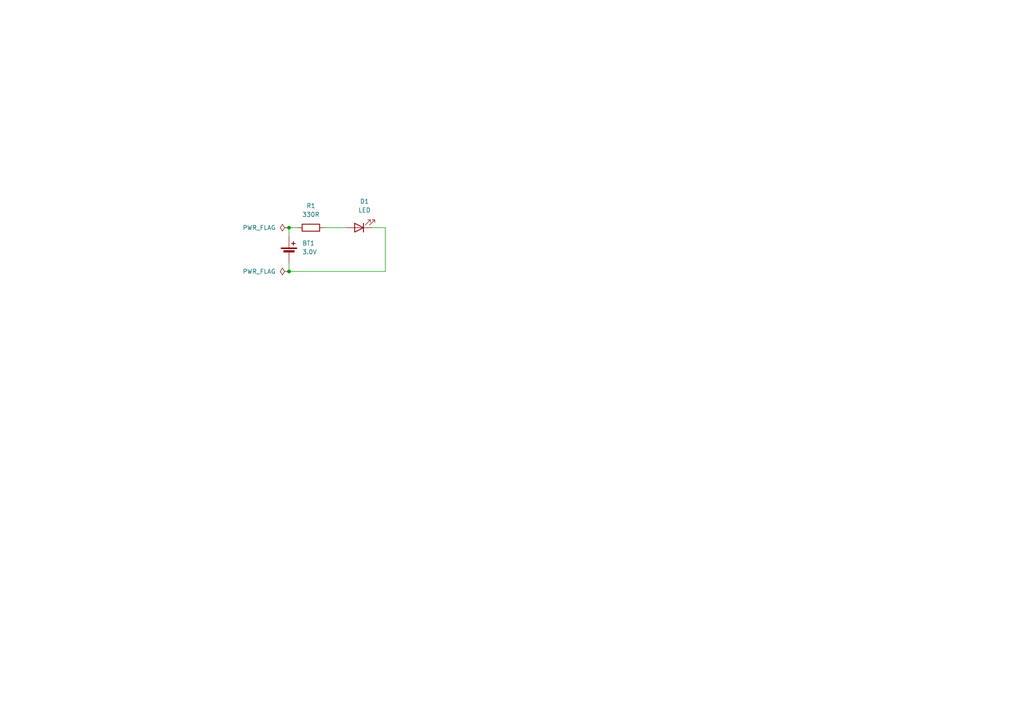
<source format=kicad_sch>
(kicad_sch (version 20231120) (generator "eeschema") (generator_version "8.0")
  (paper "A4")
  (lib_symbols
    (symbol "Device:Battery_Cell" (pin_numbers hide) (pin_names (offset 0) hide)
      (property "Reference" "BT" (at 2.54 2.54 0))
      (property "Value" "Battery_Cell" (at 2.54 0 0))
      (symbol "Battery_Cell_0_1"
        (rectangle (start -2.286 1.778) (end 2.286 1.524) (fill (type outline)))
        (rectangle (start -1.524 1.016) (end 1.524 0.508) (fill (type outline)))
        (polyline (pts (xy 0 0.762) (xy 0 0)))
        (polyline (pts (xy 0 1.778) (xy 0 2.54)))
        (polyline (pts (xy 0.762 3.048) (xy 1.778 3.048)) (stroke (width 0.254)))
        (polyline (pts (xy 1.27 3.556) (xy 1.27 2.54)) (stroke (width 0.254)))
      )
      (symbol "Battery_Cell_1_1"
        (pin passive line (at 0 5.08 270) (length 2.54) (name "+") (number "1"))
        (pin passive line (at 0 -2.54 90) (length 2.54) (name "-") (number "2"))
      )
    )
    (symbol "Device:LED" (pin_numbers hide) (pin_names (offset 1.016) hide)
      (property "Reference" "D" (at 0 2.54 0))
      (property "Value" "LED" (at 0 -2.54 0))
      (symbol "LED_0_1"
        (polyline (pts (xy -1.27 -1.27) (xy -1.27 1.27)) (stroke (width 0.254)))
        (polyline (pts (xy -1.27 0) (xy 1.27 0)))
        (polyline (pts (xy 1.27 -1.27) (xy 1.27 1.27) (xy -1.27 0) (xy 1.27 -1.27)) (stroke (width 0.254)))
        (polyline (pts (xy -3.048 -0.762) (xy -4.572 -2.286) (xy -3.81 -2.286) (xy -4.572 -2.286) (xy -4.572 -1.524)))
        (polyline (pts (xy -1.778 -0.762) (xy -3.302 -2.286) (xy -2.54 -2.286) (xy -3.302 -2.286) (xy -3.302 -1.524)))
      )
      (symbol "LED_1_1"
        (pin passive line (at -3.81 0 0) (length 2.54) (name "K") (number "1"))
        (pin passive line (at 3.81 0 180) (length 2.54) (name "A") (number "2"))
      )
    )
    (symbol "Device:R" (pin_numbers hide) (pin_names (offset 0))
      (property "Reference" "R" (at 2.032 0 90))
      (property "Value" "R" (at 0 0 90))
      (symbol "R_0_1"
        (rectangle (start -1.016 -2.54) (end 1.016 2.54) (stroke (width 0.254)))
      )
      (symbol "R_1_1"
        (pin passive line (at 0 3.81 270) (length 1.27) (name "~") (number "1"))
        (pin passive line (at 0 -3.81 90) (length 1.27) (name "~") (number "2"))
      )
    )
    (symbol "power:PWR_FLAG" (power) (pin_numbers hide) (pin_names (offset 0) hide)
      (property "Value" "PWR_FLAG" (at 0 3.81 0))
      (symbol "PWR_FLAG_0_0"
        (pin power_out line (at 0 0 90) (length 0) (name "~") (number "1"))
      )
      (symbol "PWR_FLAG_0_1"
        (polyline (pts (xy 0 0) (xy 0 1.27) (xy -1.016 1.905) (xy 0 2.54) (xy 1.016 1.905) (xy 0 1.27)))
      )
    )
  )
  (junction (at 83.82 66.04))
  (junction (at 83.82 78.74))
  (wire (pts (xy 107.95 66.04) (xy 111.76 66.04)))
  (wire (pts (xy 93.98 66.04) (xy 100.33 66.04)))
  (wire (pts (xy 83.82 78.74) (xy 83.82 76.2)))
  (wire (pts (xy 83.82 66.04) (xy 86.36 66.04)))
  (wire (pts (xy 111.76 66.04) (xy 111.76 78.74)))
  (wire (pts (xy 83.82 68.58) (xy 83.82 66.04)))
  (wire (pts (xy 83.82 78.74) (xy 111.76 78.74)))
  (symbol (lib_id "Device:R") (at 90.17 66.04 90) (unit 1)
    (property "Reference" "R1" (at 90.17 59.69 90))
    (property "Value" "330R" (at 90.17 62.23 90))
    (property "Footprint" "Resistor_THT:R_Axial_DIN0414_L11.9mm_D4.5mm_P20.32mm_Horizontal" (effects (hide yes)))
    (property "Description" "Resistor" (effects (hide yes)))
  )
  (symbol (lib_id "power:PWR_FLAG") (at 83.82 66.04 90) (unit 1)
    (property "Reference" "#FLG01" (effects (hide yes)))
    (property "Value" "PWR_FLAG" (at 80.01 66.0399 90) (effects (justify left)))
    (property "Description" "Special symbol for telling ERC where power comes from" (effects (hide yes)))
  )
  (symbol (lib_id "power:PWR_FLAG") (at 83.82 78.74 90) (unit 1)
    (property "Reference" "#FLG02" (effects (hide yes)))
    (property "Value" "PWR_FLAG" (at 80.01 78.7399 90) (effects (justify left)))
    (property "Description" "Special symbol for telling ERC where power comes from" (effects (hide yes)))
  )
  (symbol (lib_id "Device:Battery_Cell") (at 83.82 73.66 0) (unit 1)
    (property "Reference" "BT1" (at 87.63 70.5484 0) (effects (justify left)))
    (property "Value" "3.0V" (at 87.63 73.0884 0) (effects (justify left)))
    (property "Footprint" "Battery:BatteryHolder_Keystone_2468_2xAAA" (effects (hide yes)))
    (property "Description" "Single-cell battery" (effects (hide yes)))
  )
  (symbol (lib_id "Device:LED") (at 104.14 66.04 180) (unit 1)
    (property "Reference" "D1" (at 105.7275 58.42 0))
    (property "Value" "LED" (at 105.7275 60.96 0))
    (property "Footprint" "LED_THT:LED_D5.0mm_Clear" (effects (hide yes)))
    (property "Description" "Light emitting diode" (effects (hide yes)))
  )
)
</source>
